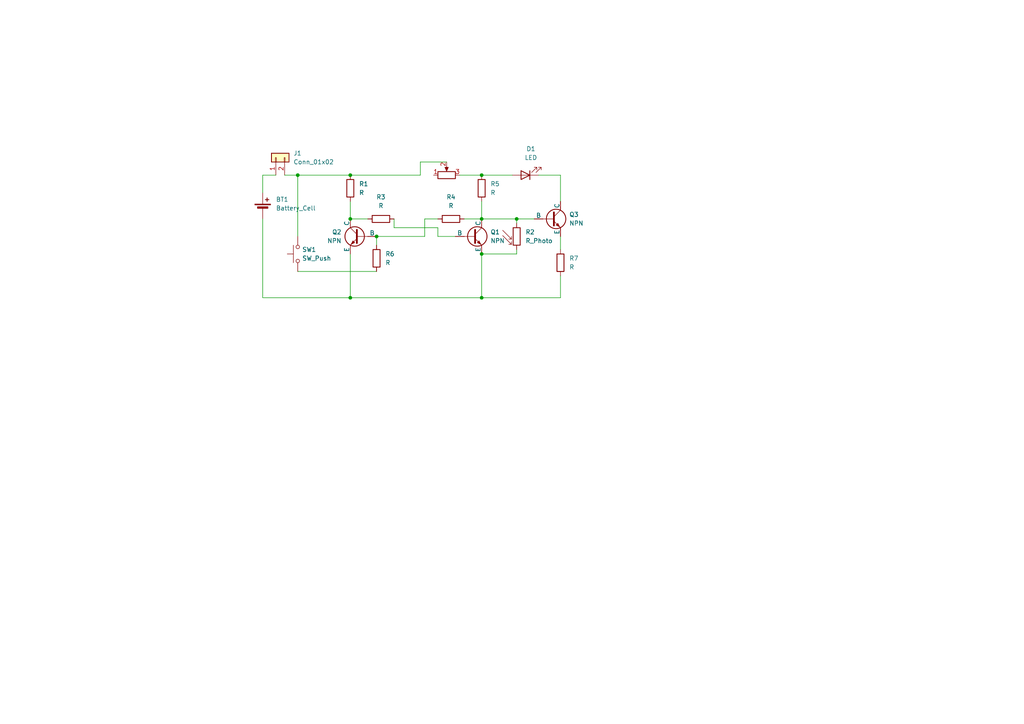
<source format=kicad_sch>
(kicad_sch (version 20250114) (generator "eeschema") (generator_version "9.0")
  (paper "A4")
  (lib_symbols
    (symbol "Connector_Generic:Conn_01x02" (pin_names (offset 1.016) (hide yes))
      (property "Reference" "J" (at 0 2.54 0))
      (property "Value" "Conn_01x02" (at 0 -5.08 0))
      (symbol "Conn_01x02_1_1"
        (rectangle (start -1.27 1.27) (end 1.27 -3.81) (stroke (width 0.254)) (fill (type background)))
        (rectangle (start -1.27 0.127) (end 0 -0.127) (stroke (width 0.1524)))
        (rectangle (start -1.27 -2.413) (end 0 -2.667) (stroke (width 0.1524)))
        (pin passive line (at -5.08 0 0) (length 3.81) (name "Pin_1") (number "1"))
        (pin passive line (at -5.08 -2.54 0) (length 3.81) (name "Pin_2") (number "2"))
      )
    )
    (symbol "Device:Battery_Cell" (pin_numbers (hide yes)) (pin_names (offset 0) (hide yes))
      (property "Reference" "BT" (at 2.54 2.54 0))
      (property "Value" "Battery_Cell" (at 2.54 0 0))
      (symbol "Battery_Cell_0_1"
        (rectangle (start -2.286 1.778) (end 2.286 1.524) (fill (type outline)))
        (rectangle (start -1.524 1.016) (end 1.524 0.508) (fill (type outline)))
        (polyline (pts (xy 0 1.778) (xy 0 2.54)))
        (polyline (pts (xy 0 0.762) (xy 0 0)))
        (polyline (pts (xy 0.762 3.048) (xy 1.778 3.048)) (stroke (width 0.254)))
        (polyline (pts (xy 1.27 3.556) (xy 1.27 2.54)) (stroke (width 0.254)))
      )
      (symbol "Battery_Cell_1_1"
        (pin passive line (at 0 5.08 270) (length 2.54) (name "+") (number "1"))
        (pin passive line (at 0 -2.54 90) (length 2.54) (name "-") (number "2"))
      )
    )
    (symbol "Device:LED" (pin_numbers (hide yes)) (pin_names (offset 1.016) (hide yes))
      (property "Reference" "D" (at 0 2.54 0))
      (property "Value" "LED" (at 0 -2.54 0))
      (symbol "LED_0_1"
        (polyline (pts (xy -3.048 -0.762) (xy -4.572 -2.286) (xy -3.81 -2.286) (xy -4.572 -2.286) (xy -4.572 -1.524)))
        (polyline (pts (xy -1.778 -0.762) (xy -3.302 -2.286) (xy -2.54 -2.286) (xy -3.302 -2.286) (xy -3.302 -1.524)))
        (polyline (pts (xy -1.27 0) (xy 1.27 0)))
        (polyline (pts (xy -1.27 -1.27) (xy -1.27 1.27)) (stroke (width 0.254)))
        (polyline (pts (xy 1.27 -1.27) (xy 1.27 1.27) (xy -1.27 0) (xy 1.27 -1.27)) (stroke (width 0.254)))
      )
      (symbol "LED_1_1"
        (pin passive line (at -3.81 0 0) (length 2.54) (name "K") (number "1"))
        (pin passive line (at 3.81 0 180) (length 2.54) (name "A") (number "2"))
      )
    )
    (symbol "Device:R" (pin_numbers (hide yes)) (pin_names (offset 0))
      (property "Reference" "R" (at 2.032 0 90))
      (property "Value" "R" (at 0 0 90))
      (symbol "R_0_1"
        (rectangle (start -1.016 -2.54) (end 1.016 2.54) (stroke (width 0.254)))
      )
      (symbol "R_1_1"
        (pin passive line (at 0 3.81 270) (length 1.27) (name "~") (number "1"))
        (pin passive line (at 0 -3.81 90) (length 1.27) (name "~") (number "2"))
      )
    )
    (symbol "Device:R_Photo" (pin_numbers (hide yes)) (pin_names (offset 0))
      (property "Reference" "R" (at 1.27 1.27 0))
      (property "Value" "R_Photo" (at 1.27 0 0))
      (symbol "R_Photo_0_1"
        (polyline (pts (xy -1.524 -0.762) (xy -4.064 1.778)))
        (polyline (pts (xy -1.524 -0.762) (xy -2.286 -0.762)))
        (polyline (pts (xy -1.524 -0.762) (xy -1.524 0)))
        (polyline (pts (xy -1.524 -2.286) (xy -4.064 0.254)))
        (polyline (pts (xy -1.524 -2.286) (xy -2.286 -2.286)))
        (polyline (pts (xy -1.524 -2.286) (xy -1.524 -1.524)))
        (rectangle (start -1.016 2.54) (end 1.016 -2.54) (stroke (width 0.254)))
      )
      (symbol "R_Photo_1_1"
        (pin passive line (at 0 3.81 270) (length 1.27) (name "~") (number "1"))
        (pin passive line (at 0 -3.81 90) (length 1.27) (name "~") (number "2"))
      )
    )
    (symbol "Device:R_Potentiometer" (pin_names (offset 1.016) (hide yes))
      (property "Reference" "RV" (at -4.445 0 90))
      (property "Value" "R_Potentiometer" (at -2.54 0 90))
      (symbol "R_Potentiometer_0_1"
        (rectangle (start 1.016 2.54) (end -1.016 -2.54) (stroke (width 0.254)))
        (polyline (pts (xy 1.143 0) (xy 2.286 0.508) (xy 2.286 -0.508) (xy 1.143 0)) (fill (type outline)))
        (polyline (pts (xy 2.54 0) (xy 1.524 0)))
      )
      (symbol "R_Potentiometer_1_1"
        (pin passive line (at 0 3.81 270) (length 1.27) (name "1") (number "1"))
        (pin passive line (at 0 -3.81 90) (length 1.27) (name "3") (number "3"))
        (pin passive line (at 3.81 0 180) (length 1.27) (name "2") (number "2"))
      )
    )
    (symbol "Simulation_SPICE:NPN" (pin_numbers (hide yes)) (pin_names (offset 0))
      (property "Reference" "Q" (at -2.54 7.62 0))
      (property "Value" "NPN" (at -2.54 5.08 0))
      (symbol "NPN_0_1"
        (polyline (pts (xy -2.54 0) (xy 0.635 0)) (stroke (width 0.1524)))
        (polyline (pts (xy 0.635 1.905) (xy 0.635 -1.905) (xy 0.635 -1.905)) (stroke (width 0.508)))
        (polyline (pts (xy 0.635 0.635) (xy 2.54 2.54)))
        (polyline (pts (xy 0.635 -0.635) (xy 2.54 -2.54) (xy 2.54 -2.54)))
        (circle (center 1.27 0) (radius 2.8194) (stroke (width 0.254)))
        (polyline (pts (xy 1.27 -1.778) (xy 1.778 -1.27) (xy 2.286 -2.286) (xy 1.27 -1.778) (xy 1.27 -1.778)) (fill (type outline)))
        (polyline (pts (xy 2.794 -1.27) (xy 2.794 -1.27)) (stroke (width 0.1524)))
        (polyline (pts (xy 2.794 -1.27) (xy 2.794 -1.27)) (stroke (width 0.1524)))
      )
      (symbol "NPN_1_1"
        (pin input line (at -5.08 0 0) (length 2.54) (name "B") (number "2"))
        (pin open_collector line (at 2.54 5.08 270) (length 2.54) (name "C") (number "1"))
        (pin open_emitter line (at 2.54 -5.08 90) (length 2.54) (name "E") (number "3"))
      )
    )
    (symbol "Switch:SW_Push" (pin_numbers (hide yes)) (pin_names (offset 1.016) (hide yes))
      (property "Reference" "SW" (at 1.27 2.54 0))
      (property "Value" "SW_Push" (at 0 -1.524 0))
      (symbol "SW_Push_0_1"
        (circle (center -2.032 0) (radius 0.508))
        (polyline (pts (xy 0 1.27) (xy 0 3.048)))
        (circle (center 2.032 0) (radius 0.508))
        (polyline (pts (xy 2.54 1.27) (xy -2.54 1.27)))
        (pin passive line (at -5.08 0 0) (length 2.54) (name "1") (number "1"))
        (pin passive line (at 5.08 0 180) (length 2.54) (name "2") (number "2"))
      )
    )
  )
  (junction (at 101.6 63.5))
  (junction (at 109.22 68.58))
  (junction (at 139.7 63.5))
  (junction (at 101.6 86.36))
  (junction (at 139.7 50.8))
  (junction (at 101.6 50.8))
  (junction (at 139.7 73.66))
  (junction (at 139.7 86.36))
  (junction (at 149.86 63.5))
  (junction (at 86.36 50.8))
  (wire (pts (xy 121.92 46.99) (xy 129.54 46.99)))
  (wire (pts (xy 109.22 68.58) (xy 109.22 71.12)))
  (wire (pts (xy 82.55 50.8) (xy 86.36 50.8)))
  (wire (pts (xy 139.7 86.36) (xy 101.6 86.36)))
  (wire (pts (xy 121.92 50.8) (xy 121.92 46.99)))
  (wire (pts (xy 139.7 86.36) (xy 162.56 86.36)))
  (wire (pts (xy 127 63.5) (xy 123.19 63.5)))
  (wire (pts (xy 101.6 73.66) (xy 101.6 86.36)))
  (wire (pts (xy 139.7 73.66) (xy 139.7 86.36)))
  (wire (pts (xy 133.35 50.8) (xy 139.7 50.8)))
  (wire (pts (xy 101.6 58.42) (xy 101.6 63.5)))
  (wire (pts (xy 76.2 55.88) (xy 76.2 50.8)))
  (wire (pts (xy 139.7 58.42) (xy 139.7 63.5)))
  (wire (pts (xy 127 68.58) (xy 132.08 68.58)))
  (wire (pts (xy 86.36 50.8) (xy 86.36 68.58)))
  (wire (pts (xy 149.86 63.5) (xy 149.86 64.77)))
  (wire (pts (xy 76.2 86.36) (xy 76.2 63.5)))
  (wire (pts (xy 139.7 63.5) (xy 149.86 63.5)))
  (wire (pts (xy 101.6 86.36) (xy 76.2 86.36)))
  (wire (pts (xy 76.2 50.8) (xy 80.01 50.8)))
  (wire (pts (xy 101.6 63.5) (xy 106.68 63.5)))
  (wire (pts (xy 123.19 63.5) (xy 123.19 68.58)))
  (wire (pts (xy 86.36 78.74) (xy 109.22 78.74)))
  (wire (pts (xy 134.62 63.5) (xy 139.7 63.5)))
  (wire (pts (xy 127 66.04) (xy 127 68.58)))
  (wire (pts (xy 149.86 72.39) (xy 149.86 73.66)))
  (wire (pts (xy 162.56 50.8) (xy 162.56 58.42)))
  (wire (pts (xy 149.86 63.5) (xy 154.94 63.5)))
  (wire (pts (xy 123.19 68.58) (xy 109.22 68.58)))
  (wire (pts (xy 114.3 63.5) (xy 114.3 66.04)))
  (wire (pts (xy 149.86 73.66) (xy 139.7 73.66)))
  (wire (pts (xy 156.21 50.8) (xy 162.56 50.8)))
  (wire (pts (xy 162.56 68.58) (xy 162.56 72.39)))
  (wire (pts (xy 114.3 66.04) (xy 127 66.04)))
  (wire (pts (xy 139.7 50.8) (xy 148.59 50.8)))
  (wire (pts (xy 101.6 50.8) (xy 121.92 50.8)))
  (wire (pts (xy 86.36 50.8) (xy 101.6 50.8)))
  (wire (pts (xy 162.56 80.01) (xy 162.56 86.36)))
  (symbol (lib_id "Simulation_SPICE:NPN") (at 137.16 68.58 0) (unit 1)
    (property "Reference" "Q1" (at 142.24 67.3099 0) (effects (justify left)))
    (property "Value" "NPN" (at 142.24 69.8499 0) (effects (justify left)))
    (property "Footprint" "Package_TO_SOT_THT:TO-92L_HandSolder" (effects (hide yes)))
    (property "Datasheet" "https://ngspice.sourceforge.io/docs/ngspice-html-manual/manual.xhtml#cha_BJTs" (effects (hide yes)))
    (property "Description" "Bipolar transistor symbol for simulation only, substrate tied to the emitter" (effects (hide yes)))
    (property "Sim.Device" "NPN" (effects (hide yes)))
    (property "Sim.Type" "GUMMELPOON" (effects (hide yes)))
    (property "Sim.Pins" "1=C 2=B 3=E" (effects (hide yes)))
  )
  (symbol (lib_id "Device:LED") (at 152.4 50.8 180) (unit 1)
    (property "Reference" "D1" (at 153.9875 43.18 0))
    (property "Value" "LED" (at 153.9875 45.72 0))
    (property "Footprint" "LED_THT:LED_D5.0mm" (effects (hide yes)))
    (property "Description" "Light emitting diode" (effects (hide yes)))
    (property "Sim.Pins" "1=K 2=A" (effects (hide yes)))
  )
  (symbol (lib_id "Switch:SW_Push") (at 86.36 73.66 90) (unit 1)
    (property "Reference" "SW1" (at 87.63 72.3899 90) (effects (justify right)))
    (property "Value" "SW_Push" (at 87.63 74.9299 90) (effects (justify right)))
    (property "Footprint" "Button_Switch_THT:SW_PUSH_6mm" (effects (hide yes)))
    (property "Description" "Push button switch, generic, two pins" (effects (hide yes)))
  )
  (symbol (lib_id "Device:R") (at 162.56 76.2 180) (unit 1)
    (property "Reference" "R7" (at 165.1 74.9299 0) (effects (justify right)))
    (property "Value" "R" (at 165.1 77.4699 0) (effects (justify right)))
    (property "Footprint" "Resistor_THT:R_Axial_DIN0207_L6.3mm_D2.5mm_P7.62mm_Horizontal" (effects (hide yes)))
    (property "Description" "Resistor" (effects (hide yes)))
  )
  (symbol (lib_id "Device:R") (at 101.6 54.61 0) (unit 1)
    (property "Reference" "R1" (at 104.14 53.3399 0) (effects (justify left)))
    (property "Value" "R" (at 104.14 55.8799 0) (effects (justify left)))
    (property "Footprint" "Resistor_THT:R_Axial_DIN0207_L6.3mm_D2.5mm_P7.62mm_Horizontal" (effects (hide yes)))
    (property "Description" "Resistor" (effects (hide yes)))
  )
  (symbol (lib_id "Simulation_SPICE:NPN") (at 160.02 63.5 0) (unit 1)
    (property "Reference" "Q3" (at 165.1 62.2299 0) (effects (justify left)))
    (property "Value" "NPN" (at 165.1 64.7699 0) (effects (justify left)))
    (property "Footprint" "Package_TO_SOT_THT:TO-92L_HandSolder" (effects (hide yes)))
    (property "Datasheet" "https://ngspice.sourceforge.io/docs/ngspice-html-manual/manual.xhtml#cha_BJTs" (effects (hide yes)))
    (property "Description" "Bipolar transistor symbol for simulation only, substrate tied to the emitter" (effects (hide yes)))
    (property "Sim.Device" "NPN" (effects (hide yes)))
    (property "Sim.Type" "GUMMELPOON" (effects (hide yes)))
    (property "Sim.Pins" "1=C 2=B 3=E" (effects (hide yes)))
  )
  (symbol (lib_id "Device:R_Potentiometer") (at 129.54 50.8 90) (unit 1)
    (property "Reference" "RV1" (effects (hide yes)))
    (property "Value" "P" (effects (hide yes)))
    (property "Footprint" "Potentiometer_THT:Potentiometer_Vishay_T73YP_Vertical" (effects (hide yes)))
    (property "Description" "Potentiometer" (effects (hide yes)))
  )
  (symbol (lib_id "Device:R_Photo") (at 149.86 68.58 0) (unit 1)
    (property "Reference" "R2" (at 152.4 67.3099 0) (effects (justify left)))
    (property "Value" "R_Photo" (at 152.4 69.8499 0) (effects (justify left)))
    (property "Footprint" "OptoDevice:R_LDR_5.1x4.3mm_P3.4mm_Vertical" (effects (hide yes)))
    (property "Description" "Photoresistor" (effects (hide yes)))
  )
  (symbol (lib_id "Device:R") (at 139.7 54.61 0) (unit 1)
    (property "Reference" "R5" (at 142.24 53.3399 0) (effects (justify left)))
    (property "Value" "R" (at 142.24 55.8799 0) (effects (justify left)))
    (property "Footprint" "Resistor_THT:R_Axial_DIN0207_L6.3mm_D2.5mm_P7.62mm_Horizontal" (effects (hide yes)))
    (property "Description" "Resistor" (effects (hide yes)))
  )
  (symbol (lib_id "Device:Battery_Cell") (at 76.2 60.96 0) (unit 1)
    (property "Reference" "BT1" (at 80.01 57.8484 0) (effects (justify left)))
    (property "Value" "Battery_Cell" (at 80.01 60.3884 0) (effects (justify left)))
    (property "Footprint" "Battery:BatteryHolder_Keystone_3034_1x20mm" (effects (hide yes)))
    (property "Description" "Single-cell battery" (effects (hide yes)))
  )
  (symbol (lib_id "Device:R") (at 109.22 74.93 180) (unit 1)
    (property "Reference" "R6" (at 111.76 73.6599 0) (effects (justify right)))
    (property "Value" "R" (at 111.76 76.1999 0) (effects (justify right)))
    (property "Footprint" "Resistor_THT:R_Axial_DIN0207_L6.3mm_D2.5mm_P7.62mm_Horizontal" (effects (hide yes)))
    (property "Description" "Resistor" (effects (hide yes)))
  )
  (symbol (lib_id "Device:R") (at 130.81 63.5 90) (unit 1)
    (property "Reference" "R4" (at 130.81 57.15 90))
    (property "Value" "R" (at 130.81 59.69 90))
    (property "Footprint" "Resistor_THT:R_Axial_DIN0207_L6.3mm_D2.5mm_P7.62mm_Horizontal" (effects (hide yes)))
    (property "Description" "Resistor" (effects (hide yes)))
  )
  (symbol (lib_id "Connector_Generic:Conn_01x02") (at 80.01 45.72 90) (unit 1)
    (property "Reference" "J1" (at 85.09 44.4499 90) (effects (justify right)))
    (property "Value" "Conn_01x02" (at 85.09 46.9899 90) (effects (justify right)))
    (property "Footprint" "Connector_PinHeader_2.54mm:PinHeader_1x02_P2.54mm_Vertical" (effects (hide yes)))
    (property "Description" "Generic connector, single row, 01x02, script generated (kicad-library-utils/schlib/autogen/connector/)" (effects (hide yes)))
  )
  (symbol (lib_id "Device:R") (at 110.49 63.5 90) (unit 1)
    (property "Reference" "R3" (at 110.49 57.15 90))
    (property "Value" "R" (at 110.49 59.69 90))
    (property "Footprint" "Resistor_THT:R_Axial_DIN0207_L6.3mm_D2.5mm_P7.62mm_Horizontal" (effects (hide yes)))
    (property "Description" "Resistor" (effects (hide yes)))
  )
  (symbol (lib_id "Simulation_SPICE:NPN") (at 104.14 68.58 0) (mirror y) (unit 1)
    (property "Reference" "Q2" (at 99.06 67.3099 0) (effects (justify left)))
    (property "Value" "NPN" (at 99.06 69.8499 0) (effects (justify left)))
    (property "Footprint" "Package_TO_SOT_THT:TO-92L_HandSolder" (effects (hide yes)))
    (property "Datasheet" "https://ngspice.sourceforge.io/docs/ngspice-html-manual/manual.xhtml#cha_BJTs" (effects (hide yes)))
    (property "Description" "Bipolar transistor symbol for simulation only, substrate tied to the emitter" (effects (hide yes)))
    (property "Sim.Device" "NPN" (effects (hide yes)))
    (property "Sim.Type" "GUMMELPOON" (effects (hide yes)))
    (property "Sim.Pins" "1=C 2=B 3=E" (effects (hide yes)))
  )
)
</source>
